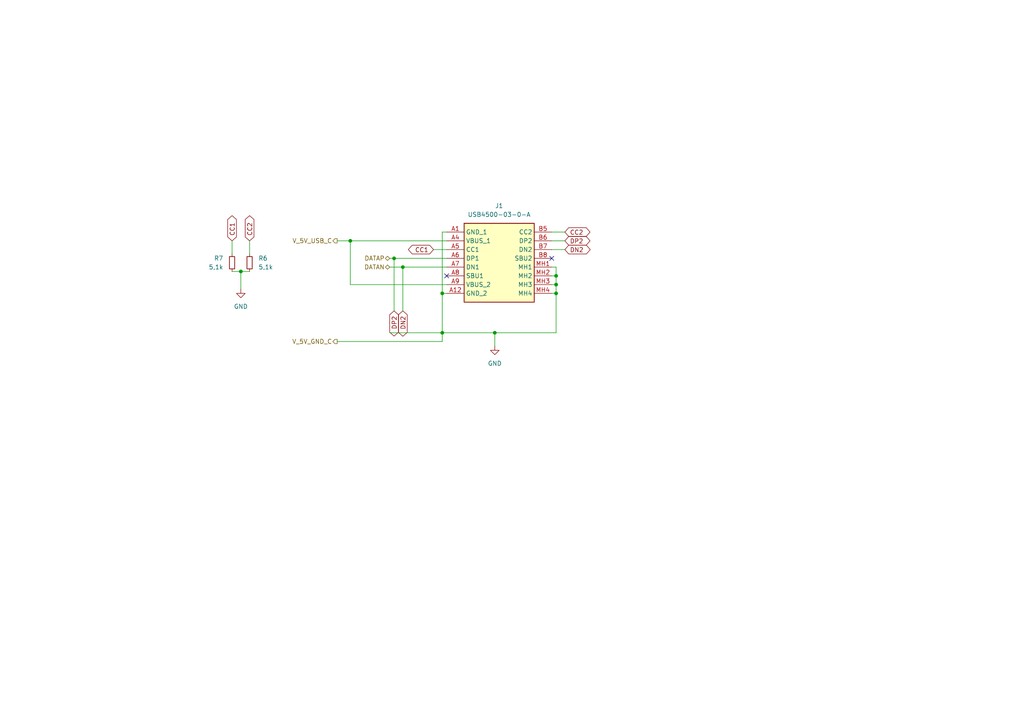
<source format=kicad_sch>
(kicad_sch (version 20230121) (generator eeschema)
  (paper "A4")
  (lib_symbols
    (symbol "Device:R_Small" (pin_numbers hide) (pin_names (offset 0.254) hide)
      (property "Reference" "R" (at 0.762 0.508 0))
      (property "Value" "R_Small" (at 0.762 -1.016 0))
      (symbol "R_Small_0_1"
        (rectangle (start -0.762 1.778) (end 0.762 -1.778) (stroke (width 0.2032)))
      )
      (symbol "R_Small_1_1"
        (pin passive line (at 0 2.54 270) (length 0.762) (name "~") (number "1"))
        (pin passive line (at 0 -2.54 90) (length 0.762) (name "~") (number "2"))
      )
    )
    (symbol "USB4500-03-0-A:USB4500-03-0-A"
      (property "Reference" "J" (at 26.67 7.62 0))
      (property "Value" "USB4500-03-0-A" (at 26.67 5.08 0))
      (symbol "USB4500-03-0-A_1_1"
        (rectangle (start 5.08 2.54) (end 25.4 -20.32) (stroke (width 0.254)) (fill (type background)))
        (pin passive line (at 0 0 0) (length 5.08) (name "GND_1") (number "A1"))
        (pin passive line (at 0 -17.78 0) (length 5.08) (name "GND_2") (number "A12"))
        (pin passive line (at 0 -2.54 0) (length 5.08) (name "VBUS_1") (number "A4"))
        (pin passive line (at 0 -5.08 0) (length 5.08) (name "CC1") (number "A5"))
        (pin passive line (at 0 -7.62 0) (length 5.08) (name "DP1") (number "A6"))
        (pin passive line (at 0 -10.16 0) (length 5.08) (name "DN1") (number "A7"))
        (pin passive line (at 0 -12.7 0) (length 5.08) (name "SBU1") (number "A8"))
        (pin passive line (at 0 -15.24 0) (length 5.08) (name "VBUS_2") (number "A9"))
        (pin passive line (at 30.48 0 180) (length 5.08) (name "CC2") (number "B5"))
        (pin passive line (at 30.48 -2.54 180) (length 5.08) (name "DP2") (number "B6"))
        (pin passive line (at 30.48 -5.08 180) (length 5.08) (name "DN2") (number "B7"))
        (pin passive line (at 30.48 -7.62 180) (length 5.08) (name "SBU2") (number "B8"))
        (pin passive line (at 30.48 -10.16 180) (length 5.08) (name "MH1") (number "MH1"))
        (pin passive line (at 30.48 -12.7 180) (length 5.08) (name "MH2") (number "MH2"))
        (pin passive line (at 30.48 -15.24 180) (length 5.08) (name "MH3") (number "MH3"))
        (pin passive line (at 30.48 -17.78 180) (length 5.08) (name "MH4") (number "MH4"))
      )
    )
    (symbol "power:GND" (power) (pin_names (offset 0))
      (property "Value" "GND" (at 0 -3.81 0))
      (symbol "GND_0_1"
        (polyline (pts (xy 0 0) (xy 0 -1.27) (xy 1.27 -1.27) (xy 0 -2.54) (xy -1.27 -1.27) (xy 0 -1.27)))
      )
      (symbol "GND_1_1"
        (pin power_in line (at 0 0 270) (length 0) hide (name "GND") (number "1"))
      )
    )
  )
  (junction (at 116.84 77.47))
  (junction (at 101.6 69.85))
  (junction (at 161.29 80.01))
  (junction (at 161.29 85.09))
  (junction (at 128.27 96.52))
  (junction (at 114.3 74.93))
  (junction (at 161.29 82.55))
  (junction (at 69.85 78.74))
  (junction (at 128.27 85.09))
  (junction (at 143.51 96.52))
  (no_connect (at 129.54 80.01))
  (no_connect (at 160.02 74.93))
  (wire (pts (xy 101.6 82.55) (xy 101.6 69.85)))
  (wire (pts (xy 128.27 85.09) (xy 129.54 85.09)))
  (wire (pts (xy 143.51 96.52) (xy 161.29 96.52)))
  (wire (pts (xy 67.31 78.74) (xy 69.85 78.74)))
  (wire (pts (xy 72.39 69.85) (xy 72.39 73.66)))
  (wire (pts (xy 160.02 82.55) (xy 161.29 82.55)))
  (wire (pts (xy 161.29 96.52) (xy 161.29 85.09)))
  (wire (pts (xy 161.29 77.47) (xy 161.29 80.01)))
  (wire (pts (xy 113.03 74.93) (xy 114.3 74.93)))
  (wire (pts (xy 160.02 69.85) (xy 163.83 69.85)))
  (wire (pts (xy 69.85 78.74) (xy 69.85 83.82)))
  (wire (pts (xy 128.27 85.09) (xy 128.27 96.52)))
  (wire (pts (xy 128.27 96.52) (xy 113.03 96.52)))
  (wire (pts (xy 125.73 72.39) (xy 129.54 72.39)))
  (wire (pts (xy 72.39 78.74) (xy 69.85 78.74)))
  (wire (pts (xy 143.51 96.52) (xy 143.51 100.33)))
  (wire (pts (xy 113.03 77.47) (xy 116.84 77.47)))
  (wire (pts (xy 128.27 96.52) (xy 128.27 99.06)))
  (wire (pts (xy 160.02 85.09) (xy 161.29 85.09)))
  (wire (pts (xy 129.54 82.55) (xy 101.6 82.55)))
  (wire (pts (xy 128.27 67.31) (xy 128.27 85.09)))
  (wire (pts (xy 161.29 82.55) (xy 161.29 80.01)))
  (wire (pts (xy 114.3 74.93) (xy 129.54 74.93)))
  (wire (pts (xy 160.02 67.31) (xy 163.83 67.31)))
  (wire (pts (xy 160.02 77.47) (xy 161.29 77.47)))
  (wire (pts (xy 114.3 74.93) (xy 114.3 90.17)))
  (wire (pts (xy 101.6 69.85) (xy 129.54 69.85)))
  (wire (pts (xy 161.29 85.09) (xy 161.29 82.55)))
  (wire (pts (xy 67.31 69.85) (xy 67.31 73.66)))
  (wire (pts (xy 116.84 77.47) (xy 129.54 77.47)))
  (wire (pts (xy 97.79 69.85) (xy 101.6 69.85)))
  (wire (pts (xy 160.02 72.39) (xy 163.83 72.39)))
  (wire (pts (xy 161.29 80.01) (xy 160.02 80.01)))
  (wire (pts (xy 97.79 99.06) (xy 128.27 99.06)))
  (wire (pts (xy 128.27 96.52) (xy 143.51 96.52)))
  (wire (pts (xy 129.54 67.31) (xy 128.27 67.31)))
  (wire (pts (xy 116.84 77.47) (xy 116.84 90.17)))
  (global_label "DN2" (shape bidirectional) (at 163.83 72.39 0) (property "Intersheetrefs" "${INTERSHEET_REFS}" (effects hide)))
  (global_label "DN2" (shape bidirectional) (at 116.84 90.17 270) (property "Intersheetrefs" "${INTERSHEET_REFS}" (effects hide)))
  (global_label "CC2" (shape bidirectional) (at 163.83 67.31 0) (property "Intersheetrefs" "${INTERSHEET_REFS}" (effects hide)))
  (global_label "CC2" (shape bidirectional) (at 72.39 69.85 90) (property "Intersheetrefs" "${INTERSHEET_REFS}" (effects hide)))
  (global_label "DP2" (shape bidirectional) (at 163.83 69.85 0) (property "Intersheetrefs" "${INTERSHEET_REFS}" (effects hide)))
  (global_label "CC1" (shape bidirectional) (at 125.73 72.39 180) (property "Intersheetrefs" "${INTERSHEET_REFS}" (effects hide)))
  (global_label "DP2" (shape bidirectional) (at 114.3 90.17 270) (property "Intersheetrefs" "${INTERSHEET_REFS}" (effects hide)))
  (global_label "CC1" (shape bidirectional) (at 67.31 69.85 90) (property "Intersheetrefs" "${INTERSHEET_REFS}" (effects hide)))
  (hierarchical_label "DATAN" (shape bidirectional) (at 113.03 77.47 180))
  (hierarchical_label "V_5V_USB_C" (shape output) (at 97.79 69.85 180))
  (hierarchical_label "V_5V_GND_C" (shape output) (at 97.79 99.06 180))
  (hierarchical_label "DATAP" (shape bidirectional) (at 113.03 74.93 180))
  (symbol (lib_id "Device:R_Small") (at 72.39 76.2 180) (unit 1)
    (property "Reference" "R6" (at 74.93 74.93 0) (effects (justify right)))
    (property "Value" "5,1k" (at 74.93 77.47 0) (effects (justify right)))
    (property "Footprint" "Resistor_SMD:R_0603_1608Metric_Pad0.98x0.95mm_HandSolder" (effects hide))
  )
  (symbol (lib_id "USB4500-03-0-A:USB4500-03-0-A") (at 129.54 67.31 0) (unit 1)
    (property "Reference" "J1" (at 144.78 59.69 0))
    (property "Value" "USB4500-03-0-A" (at 144.78 62.23 0))
    (property "Footprint" "USB4500030A:USB4500030A" (effects hide))
    (property "Datasheet" "https://componentsearchengine.com/Datasheets/2/USB4500-03-0-A.pdf" (effects hide))
    (property "Manufacturer_Name" "GCT (GLOBAL CONNECTOR TECHNOLOGY)" (effects hide))
    (property "Manufacturer_Part_Number" "USB4500-03-0-A" (effects hide))
  )
  (symbol (lib_id "Device:R_Small") (at 67.31 76.2 0) (mirror x) (unit 1)
    (property "Reference" "R7" (at 64.77 74.93 0) (effects (justify right)))
    (property "Value" "5,1k" (at 64.77 77.47 0) (effects (justify right)))
    (property "Footprint" "Resistor_SMD:R_0603_1608Metric_Pad0.98x0.95mm_HandSolder" (effects hide))
  )
  (symbol (lib_id "power:GND") (at 143.51 100.33 0) (mirror y) (unit 1)
    (property "Reference" "#PWR06" (effects hide))
    (property "Value" "GND" (at 143.51 105.41 0))
  )
  (symbol (lib_id "power:GND") (at 69.85 83.82 0) (unit 1)
    (property "Reference" "#PWR05" (effects hide))
    (property "Value" "GND" (at 69.85 88.9 0))
  )
)
</source>
